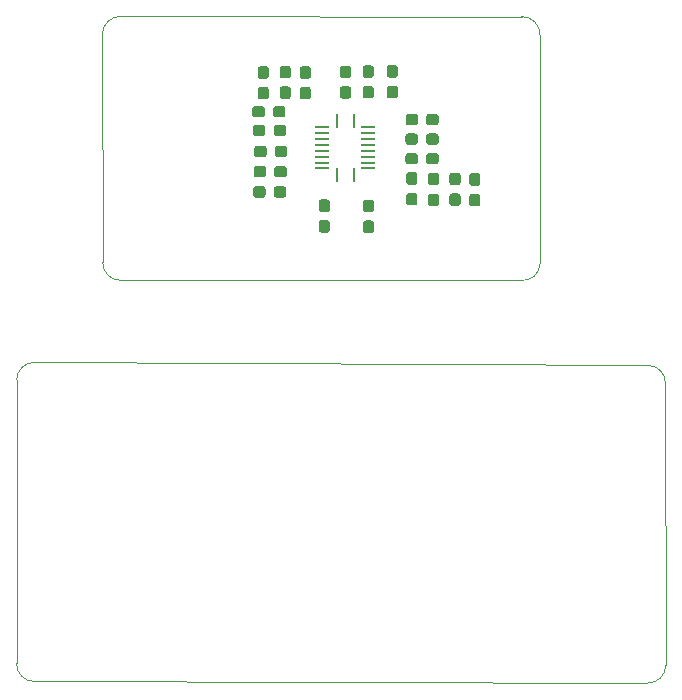
<source format=gbr>
%TF.GenerationSoftware,KiCad,Pcbnew,5.1.5+dfsg1-2build2*%
%TF.CreationDate,2021-04-08T10:41:37-07:00*%
%TF.ProjectId,spl_prototype,73706c5f-7072-46f7-946f-747970652e6b,rev?*%
%TF.SameCoordinates,Original*%
%TF.FileFunction,Paste,Bot*%
%TF.FilePolarity,Positive*%
%FSLAX46Y46*%
G04 Gerber Fmt 4.6, Leading zero omitted, Abs format (unit mm)*
G04 Created by KiCad (PCBNEW 5.1.5+dfsg1-2build2) date 2021-04-08 10:41:37*
%MOMM*%
%LPD*%
G04 APERTURE LIST*
%TA.AperFunction,Profile*%
%ADD10C,0.050000*%
%TD*%
%ADD11C,0.100000*%
%ADD12R,0.240000X1.200000*%
%ADD13R,1.200000X0.240000*%
G04 APERTURE END LIST*
D10*
X97000000Y-44759201D02*
X96960034Y-25501071D01*
X132420000Y-46300000D02*
X98500649Y-46300000D01*
X134030000Y-25590649D02*
X134027699Y-44839584D01*
X98560000Y-23940799D02*
X132469351Y-23960000D01*
X132468914Y-23957945D02*
G75*
G02X134030000Y-25590649I11087J-1552056D01*
G01*
X134027699Y-44839584D02*
G75*
G02X132420000Y-46300000I-1457700J-10417D01*
G01*
X98500649Y-46300000D02*
G75*
G02X97000000Y-44759201I-10650J1490800D01*
G01*
X96960034Y-25501071D02*
G75*
G02X98560000Y-23940799I1549967J11072D01*
G01*
X89700000Y-78720000D02*
X89709201Y-54740649D01*
X143120000Y-80390000D02*
X91200649Y-80260799D01*
X144640000Y-55030000D02*
X144660799Y-78889351D01*
X91250000Y-53240000D02*
X143140000Y-53490000D01*
X144660799Y-78889351D02*
G75*
G02X143120000Y-80390000I-1490800J-10650D01*
G01*
X91200649Y-80260799D02*
G75*
G02X89700000Y-78720000I-10650J1490800D01*
G01*
X143139351Y-53489201D02*
G75*
G02X144640000Y-55030000I10650J-1490800D01*
G01*
X89709201Y-54740649D02*
G75*
G02X91250000Y-53240000I1490800J10650D01*
G01*
D11*
%TO.C,R20*%
G36*
X110561819Y-33123624D02*
G01*
X110584874Y-33127043D01*
X110607483Y-33132707D01*
X110629427Y-33140559D01*
X110650497Y-33150524D01*
X110670488Y-33162506D01*
X110689208Y-33176390D01*
X110706478Y-33192042D01*
X110722130Y-33209312D01*
X110736014Y-33228032D01*
X110747996Y-33248023D01*
X110757961Y-33269093D01*
X110765813Y-33291037D01*
X110771477Y-33313646D01*
X110774896Y-33336701D01*
X110776040Y-33359980D01*
X110776040Y-33834980D01*
X110774896Y-33858259D01*
X110771477Y-33881314D01*
X110765813Y-33903923D01*
X110757961Y-33925867D01*
X110747996Y-33946937D01*
X110736014Y-33966928D01*
X110722130Y-33985648D01*
X110706478Y-34002918D01*
X110689208Y-34018570D01*
X110670488Y-34032454D01*
X110650497Y-34044436D01*
X110629427Y-34054401D01*
X110607483Y-34062253D01*
X110584874Y-34067917D01*
X110561819Y-34071336D01*
X110538540Y-34072480D01*
X109963540Y-34072480D01*
X109940261Y-34071336D01*
X109917206Y-34067917D01*
X109894597Y-34062253D01*
X109872653Y-34054401D01*
X109851583Y-34044436D01*
X109831592Y-34032454D01*
X109812872Y-34018570D01*
X109795602Y-34002918D01*
X109779950Y-33985648D01*
X109766066Y-33966928D01*
X109754084Y-33946937D01*
X109744119Y-33925867D01*
X109736267Y-33903923D01*
X109730603Y-33881314D01*
X109727184Y-33858259D01*
X109726040Y-33834980D01*
X109726040Y-33359980D01*
X109727184Y-33336701D01*
X109730603Y-33313646D01*
X109736267Y-33291037D01*
X109744119Y-33269093D01*
X109754084Y-33248023D01*
X109766066Y-33228032D01*
X109779950Y-33209312D01*
X109795602Y-33192042D01*
X109812872Y-33176390D01*
X109831592Y-33162506D01*
X109851583Y-33150524D01*
X109872653Y-33140559D01*
X109894597Y-33132707D01*
X109917206Y-33127043D01*
X109940261Y-33123624D01*
X109963540Y-33122480D01*
X110538540Y-33122480D01*
X110561819Y-33123624D01*
G37*
G36*
X112311819Y-33123624D02*
G01*
X112334874Y-33127043D01*
X112357483Y-33132707D01*
X112379427Y-33140559D01*
X112400497Y-33150524D01*
X112420488Y-33162506D01*
X112439208Y-33176390D01*
X112456478Y-33192042D01*
X112472130Y-33209312D01*
X112486014Y-33228032D01*
X112497996Y-33248023D01*
X112507961Y-33269093D01*
X112515813Y-33291037D01*
X112521477Y-33313646D01*
X112524896Y-33336701D01*
X112526040Y-33359980D01*
X112526040Y-33834980D01*
X112524896Y-33858259D01*
X112521477Y-33881314D01*
X112515813Y-33903923D01*
X112507961Y-33925867D01*
X112497996Y-33946937D01*
X112486014Y-33966928D01*
X112472130Y-33985648D01*
X112456478Y-34002918D01*
X112439208Y-34018570D01*
X112420488Y-34032454D01*
X112400497Y-34044436D01*
X112379427Y-34054401D01*
X112357483Y-34062253D01*
X112334874Y-34067917D01*
X112311819Y-34071336D01*
X112288540Y-34072480D01*
X111713540Y-34072480D01*
X111690261Y-34071336D01*
X111667206Y-34067917D01*
X111644597Y-34062253D01*
X111622653Y-34054401D01*
X111601583Y-34044436D01*
X111581592Y-34032454D01*
X111562872Y-34018570D01*
X111545602Y-34002918D01*
X111529950Y-33985648D01*
X111516066Y-33966928D01*
X111504084Y-33946937D01*
X111494119Y-33925867D01*
X111486267Y-33903923D01*
X111480603Y-33881314D01*
X111477184Y-33858259D01*
X111476040Y-33834980D01*
X111476040Y-33359980D01*
X111477184Y-33336701D01*
X111480603Y-33313646D01*
X111486267Y-33291037D01*
X111494119Y-33269093D01*
X111504084Y-33248023D01*
X111516066Y-33228032D01*
X111529950Y-33209312D01*
X111545602Y-33192042D01*
X111562872Y-33176390D01*
X111581592Y-33162506D01*
X111601583Y-33150524D01*
X111622653Y-33140559D01*
X111644597Y-33132707D01*
X111667206Y-33127043D01*
X111690261Y-33123624D01*
X111713540Y-33122480D01*
X112288540Y-33122480D01*
X112311819Y-33123624D01*
G37*
%TD*%
%TO.C,R19*%
G36*
X128759459Y-37233384D02*
G01*
X128782514Y-37236803D01*
X128805123Y-37242467D01*
X128827067Y-37250319D01*
X128848137Y-37260284D01*
X128868128Y-37272266D01*
X128886848Y-37286150D01*
X128904118Y-37301802D01*
X128919770Y-37319072D01*
X128933654Y-37337792D01*
X128945636Y-37357783D01*
X128955601Y-37378853D01*
X128963453Y-37400797D01*
X128969117Y-37423406D01*
X128972536Y-37446461D01*
X128973680Y-37469740D01*
X128973680Y-38044740D01*
X128972536Y-38068019D01*
X128969117Y-38091074D01*
X128963453Y-38113683D01*
X128955601Y-38135627D01*
X128945636Y-38156697D01*
X128933654Y-38176688D01*
X128919770Y-38195408D01*
X128904118Y-38212678D01*
X128886848Y-38228330D01*
X128868128Y-38242214D01*
X128848137Y-38254196D01*
X128827067Y-38264161D01*
X128805123Y-38272013D01*
X128782514Y-38277677D01*
X128759459Y-38281096D01*
X128736180Y-38282240D01*
X128261180Y-38282240D01*
X128237901Y-38281096D01*
X128214846Y-38277677D01*
X128192237Y-38272013D01*
X128170293Y-38264161D01*
X128149223Y-38254196D01*
X128129232Y-38242214D01*
X128110512Y-38228330D01*
X128093242Y-38212678D01*
X128077590Y-38195408D01*
X128063706Y-38176688D01*
X128051724Y-38156697D01*
X128041759Y-38135627D01*
X128033907Y-38113683D01*
X128028243Y-38091074D01*
X128024824Y-38068019D01*
X128023680Y-38044740D01*
X128023680Y-37469740D01*
X128024824Y-37446461D01*
X128028243Y-37423406D01*
X128033907Y-37400797D01*
X128041759Y-37378853D01*
X128051724Y-37357783D01*
X128063706Y-37337792D01*
X128077590Y-37319072D01*
X128093242Y-37301802D01*
X128110512Y-37286150D01*
X128129232Y-37272266D01*
X128149223Y-37260284D01*
X128170293Y-37250319D01*
X128192237Y-37242467D01*
X128214846Y-37236803D01*
X128237901Y-37233384D01*
X128261180Y-37232240D01*
X128736180Y-37232240D01*
X128759459Y-37233384D01*
G37*
G36*
X128759459Y-38983384D02*
G01*
X128782514Y-38986803D01*
X128805123Y-38992467D01*
X128827067Y-39000319D01*
X128848137Y-39010284D01*
X128868128Y-39022266D01*
X128886848Y-39036150D01*
X128904118Y-39051802D01*
X128919770Y-39069072D01*
X128933654Y-39087792D01*
X128945636Y-39107783D01*
X128955601Y-39128853D01*
X128963453Y-39150797D01*
X128969117Y-39173406D01*
X128972536Y-39196461D01*
X128973680Y-39219740D01*
X128973680Y-39794740D01*
X128972536Y-39818019D01*
X128969117Y-39841074D01*
X128963453Y-39863683D01*
X128955601Y-39885627D01*
X128945636Y-39906697D01*
X128933654Y-39926688D01*
X128919770Y-39945408D01*
X128904118Y-39962678D01*
X128886848Y-39978330D01*
X128868128Y-39992214D01*
X128848137Y-40004196D01*
X128827067Y-40014161D01*
X128805123Y-40022013D01*
X128782514Y-40027677D01*
X128759459Y-40031096D01*
X128736180Y-40032240D01*
X128261180Y-40032240D01*
X128237901Y-40031096D01*
X128214846Y-40027677D01*
X128192237Y-40022013D01*
X128170293Y-40014161D01*
X128149223Y-40004196D01*
X128129232Y-39992214D01*
X128110512Y-39978330D01*
X128093242Y-39962678D01*
X128077590Y-39945408D01*
X128063706Y-39926688D01*
X128051724Y-39906697D01*
X128041759Y-39885627D01*
X128033907Y-39863683D01*
X128028243Y-39841074D01*
X128024824Y-39818019D01*
X128023680Y-39794740D01*
X128023680Y-39219740D01*
X128024824Y-39196461D01*
X128028243Y-39173406D01*
X128033907Y-39150797D01*
X128041759Y-39128853D01*
X128051724Y-39107783D01*
X128063706Y-39087792D01*
X128077590Y-39069072D01*
X128093242Y-39051802D01*
X128110512Y-39036150D01*
X128129232Y-39022266D01*
X128149223Y-39010284D01*
X128170293Y-39000319D01*
X128192237Y-38992467D01*
X128214846Y-38986803D01*
X128237901Y-38983384D01*
X128261180Y-38982240D01*
X128736180Y-38982240D01*
X128759459Y-38983384D01*
G37*
%TD*%
%TO.C,R18*%
G36*
X114409419Y-28180344D02*
G01*
X114432474Y-28183763D01*
X114455083Y-28189427D01*
X114477027Y-28197279D01*
X114498097Y-28207244D01*
X114518088Y-28219226D01*
X114536808Y-28233110D01*
X114554078Y-28248762D01*
X114569730Y-28266032D01*
X114583614Y-28284752D01*
X114595596Y-28304743D01*
X114605561Y-28325813D01*
X114613413Y-28347757D01*
X114619077Y-28370366D01*
X114622496Y-28393421D01*
X114623640Y-28416700D01*
X114623640Y-28991700D01*
X114622496Y-29014979D01*
X114619077Y-29038034D01*
X114613413Y-29060643D01*
X114605561Y-29082587D01*
X114595596Y-29103657D01*
X114583614Y-29123648D01*
X114569730Y-29142368D01*
X114554078Y-29159638D01*
X114536808Y-29175290D01*
X114518088Y-29189174D01*
X114498097Y-29201156D01*
X114477027Y-29211121D01*
X114455083Y-29218973D01*
X114432474Y-29224637D01*
X114409419Y-29228056D01*
X114386140Y-29229200D01*
X113911140Y-29229200D01*
X113887861Y-29228056D01*
X113864806Y-29224637D01*
X113842197Y-29218973D01*
X113820253Y-29211121D01*
X113799183Y-29201156D01*
X113779192Y-29189174D01*
X113760472Y-29175290D01*
X113743202Y-29159638D01*
X113727550Y-29142368D01*
X113713666Y-29123648D01*
X113701684Y-29103657D01*
X113691719Y-29082587D01*
X113683867Y-29060643D01*
X113678203Y-29038034D01*
X113674784Y-29014979D01*
X113673640Y-28991700D01*
X113673640Y-28416700D01*
X113674784Y-28393421D01*
X113678203Y-28370366D01*
X113683867Y-28347757D01*
X113691719Y-28325813D01*
X113701684Y-28304743D01*
X113713666Y-28284752D01*
X113727550Y-28266032D01*
X113743202Y-28248762D01*
X113760472Y-28233110D01*
X113779192Y-28219226D01*
X113799183Y-28207244D01*
X113820253Y-28197279D01*
X113842197Y-28189427D01*
X113864806Y-28183763D01*
X113887861Y-28180344D01*
X113911140Y-28179200D01*
X114386140Y-28179200D01*
X114409419Y-28180344D01*
G37*
G36*
X114409419Y-29930344D02*
G01*
X114432474Y-29933763D01*
X114455083Y-29939427D01*
X114477027Y-29947279D01*
X114498097Y-29957244D01*
X114518088Y-29969226D01*
X114536808Y-29983110D01*
X114554078Y-29998762D01*
X114569730Y-30016032D01*
X114583614Y-30034752D01*
X114595596Y-30054743D01*
X114605561Y-30075813D01*
X114613413Y-30097757D01*
X114619077Y-30120366D01*
X114622496Y-30143421D01*
X114623640Y-30166700D01*
X114623640Y-30741700D01*
X114622496Y-30764979D01*
X114619077Y-30788034D01*
X114613413Y-30810643D01*
X114605561Y-30832587D01*
X114595596Y-30853657D01*
X114583614Y-30873648D01*
X114569730Y-30892368D01*
X114554078Y-30909638D01*
X114536808Y-30925290D01*
X114518088Y-30939174D01*
X114498097Y-30951156D01*
X114477027Y-30961121D01*
X114455083Y-30968973D01*
X114432474Y-30974637D01*
X114409419Y-30978056D01*
X114386140Y-30979200D01*
X113911140Y-30979200D01*
X113887861Y-30978056D01*
X113864806Y-30974637D01*
X113842197Y-30968973D01*
X113820253Y-30961121D01*
X113799183Y-30951156D01*
X113779192Y-30939174D01*
X113760472Y-30925290D01*
X113743202Y-30909638D01*
X113727550Y-30892368D01*
X113713666Y-30873648D01*
X113701684Y-30853657D01*
X113691719Y-30832587D01*
X113683867Y-30810643D01*
X113678203Y-30788034D01*
X113674784Y-30764979D01*
X113673640Y-30741700D01*
X113673640Y-30166700D01*
X113674784Y-30143421D01*
X113678203Y-30120366D01*
X113683867Y-30097757D01*
X113691719Y-30075813D01*
X113701684Y-30054743D01*
X113713666Y-30034752D01*
X113727550Y-30016032D01*
X113743202Y-29998762D01*
X113760472Y-29983110D01*
X113779192Y-29969226D01*
X113799183Y-29957244D01*
X113820253Y-29947279D01*
X113842197Y-29939427D01*
X113864806Y-29933763D01*
X113887861Y-29930344D01*
X113911140Y-29929200D01*
X114386140Y-29929200D01*
X114409419Y-29930344D01*
G37*
%TD*%
%TO.C,R17*%
G36*
X112702539Y-28134624D02*
G01*
X112725594Y-28138043D01*
X112748203Y-28143707D01*
X112770147Y-28151559D01*
X112791217Y-28161524D01*
X112811208Y-28173506D01*
X112829928Y-28187390D01*
X112847198Y-28203042D01*
X112862850Y-28220312D01*
X112876734Y-28239032D01*
X112888716Y-28259023D01*
X112898681Y-28280093D01*
X112906533Y-28302037D01*
X112912197Y-28324646D01*
X112915616Y-28347701D01*
X112916760Y-28370980D01*
X112916760Y-28945980D01*
X112915616Y-28969259D01*
X112912197Y-28992314D01*
X112906533Y-29014923D01*
X112898681Y-29036867D01*
X112888716Y-29057937D01*
X112876734Y-29077928D01*
X112862850Y-29096648D01*
X112847198Y-29113918D01*
X112829928Y-29129570D01*
X112811208Y-29143454D01*
X112791217Y-29155436D01*
X112770147Y-29165401D01*
X112748203Y-29173253D01*
X112725594Y-29178917D01*
X112702539Y-29182336D01*
X112679260Y-29183480D01*
X112204260Y-29183480D01*
X112180981Y-29182336D01*
X112157926Y-29178917D01*
X112135317Y-29173253D01*
X112113373Y-29165401D01*
X112092303Y-29155436D01*
X112072312Y-29143454D01*
X112053592Y-29129570D01*
X112036322Y-29113918D01*
X112020670Y-29096648D01*
X112006786Y-29077928D01*
X111994804Y-29057937D01*
X111984839Y-29036867D01*
X111976987Y-29014923D01*
X111971323Y-28992314D01*
X111967904Y-28969259D01*
X111966760Y-28945980D01*
X111966760Y-28370980D01*
X111967904Y-28347701D01*
X111971323Y-28324646D01*
X111976987Y-28302037D01*
X111984839Y-28280093D01*
X111994804Y-28259023D01*
X112006786Y-28239032D01*
X112020670Y-28220312D01*
X112036322Y-28203042D01*
X112053592Y-28187390D01*
X112072312Y-28173506D01*
X112092303Y-28161524D01*
X112113373Y-28151559D01*
X112135317Y-28143707D01*
X112157926Y-28138043D01*
X112180981Y-28134624D01*
X112204260Y-28133480D01*
X112679260Y-28133480D01*
X112702539Y-28134624D01*
G37*
G36*
X112702539Y-29884624D02*
G01*
X112725594Y-29888043D01*
X112748203Y-29893707D01*
X112770147Y-29901559D01*
X112791217Y-29911524D01*
X112811208Y-29923506D01*
X112829928Y-29937390D01*
X112847198Y-29953042D01*
X112862850Y-29970312D01*
X112876734Y-29989032D01*
X112888716Y-30009023D01*
X112898681Y-30030093D01*
X112906533Y-30052037D01*
X112912197Y-30074646D01*
X112915616Y-30097701D01*
X112916760Y-30120980D01*
X112916760Y-30695980D01*
X112915616Y-30719259D01*
X112912197Y-30742314D01*
X112906533Y-30764923D01*
X112898681Y-30786867D01*
X112888716Y-30807937D01*
X112876734Y-30827928D01*
X112862850Y-30846648D01*
X112847198Y-30863918D01*
X112829928Y-30879570D01*
X112811208Y-30893454D01*
X112791217Y-30905436D01*
X112770147Y-30915401D01*
X112748203Y-30923253D01*
X112725594Y-30928917D01*
X112702539Y-30932336D01*
X112679260Y-30933480D01*
X112204260Y-30933480D01*
X112180981Y-30932336D01*
X112157926Y-30928917D01*
X112135317Y-30923253D01*
X112113373Y-30915401D01*
X112092303Y-30905436D01*
X112072312Y-30893454D01*
X112053592Y-30879570D01*
X112036322Y-30863918D01*
X112020670Y-30846648D01*
X112006786Y-30827928D01*
X111994804Y-30807937D01*
X111984839Y-30786867D01*
X111976987Y-30764923D01*
X111971323Y-30742314D01*
X111967904Y-30719259D01*
X111966760Y-30695980D01*
X111966760Y-30120980D01*
X111967904Y-30097701D01*
X111971323Y-30074646D01*
X111976987Y-30052037D01*
X111984839Y-30030093D01*
X111994804Y-30009023D01*
X112006786Y-29989032D01*
X112020670Y-29970312D01*
X112036322Y-29953042D01*
X112053592Y-29937390D01*
X112072312Y-29923506D01*
X112092303Y-29911524D01*
X112113373Y-29901559D01*
X112135317Y-29893707D01*
X112157926Y-29888043D01*
X112180981Y-29884624D01*
X112204260Y-29883480D01*
X112679260Y-29883480D01*
X112702539Y-29884624D01*
G37*
%TD*%
%TO.C,R16*%
G36*
X110843259Y-29930344D02*
G01*
X110866314Y-29933763D01*
X110888923Y-29939427D01*
X110910867Y-29947279D01*
X110931937Y-29957244D01*
X110951928Y-29969226D01*
X110970648Y-29983110D01*
X110987918Y-29998762D01*
X111003570Y-30016032D01*
X111017454Y-30034752D01*
X111029436Y-30054743D01*
X111039401Y-30075813D01*
X111047253Y-30097757D01*
X111052917Y-30120366D01*
X111056336Y-30143421D01*
X111057480Y-30166700D01*
X111057480Y-30741700D01*
X111056336Y-30764979D01*
X111052917Y-30788034D01*
X111047253Y-30810643D01*
X111039401Y-30832587D01*
X111029436Y-30853657D01*
X111017454Y-30873648D01*
X111003570Y-30892368D01*
X110987918Y-30909638D01*
X110970648Y-30925290D01*
X110951928Y-30939174D01*
X110931937Y-30951156D01*
X110910867Y-30961121D01*
X110888923Y-30968973D01*
X110866314Y-30974637D01*
X110843259Y-30978056D01*
X110819980Y-30979200D01*
X110344980Y-30979200D01*
X110321701Y-30978056D01*
X110298646Y-30974637D01*
X110276037Y-30968973D01*
X110254093Y-30961121D01*
X110233023Y-30951156D01*
X110213032Y-30939174D01*
X110194312Y-30925290D01*
X110177042Y-30909638D01*
X110161390Y-30892368D01*
X110147506Y-30873648D01*
X110135524Y-30853657D01*
X110125559Y-30832587D01*
X110117707Y-30810643D01*
X110112043Y-30788034D01*
X110108624Y-30764979D01*
X110107480Y-30741700D01*
X110107480Y-30166700D01*
X110108624Y-30143421D01*
X110112043Y-30120366D01*
X110117707Y-30097757D01*
X110125559Y-30075813D01*
X110135524Y-30054743D01*
X110147506Y-30034752D01*
X110161390Y-30016032D01*
X110177042Y-29998762D01*
X110194312Y-29983110D01*
X110213032Y-29969226D01*
X110233023Y-29957244D01*
X110254093Y-29947279D01*
X110276037Y-29939427D01*
X110298646Y-29933763D01*
X110321701Y-29930344D01*
X110344980Y-29929200D01*
X110819980Y-29929200D01*
X110843259Y-29930344D01*
G37*
G36*
X110843259Y-28180344D02*
G01*
X110866314Y-28183763D01*
X110888923Y-28189427D01*
X110910867Y-28197279D01*
X110931937Y-28207244D01*
X110951928Y-28219226D01*
X110970648Y-28233110D01*
X110987918Y-28248762D01*
X111003570Y-28266032D01*
X111017454Y-28284752D01*
X111029436Y-28304743D01*
X111039401Y-28325813D01*
X111047253Y-28347757D01*
X111052917Y-28370366D01*
X111056336Y-28393421D01*
X111057480Y-28416700D01*
X111057480Y-28991700D01*
X111056336Y-29014979D01*
X111052917Y-29038034D01*
X111047253Y-29060643D01*
X111039401Y-29082587D01*
X111029436Y-29103657D01*
X111017454Y-29123648D01*
X111003570Y-29142368D01*
X110987918Y-29159638D01*
X110970648Y-29175290D01*
X110951928Y-29189174D01*
X110931937Y-29201156D01*
X110910867Y-29211121D01*
X110888923Y-29218973D01*
X110866314Y-29224637D01*
X110843259Y-29228056D01*
X110819980Y-29229200D01*
X110344980Y-29229200D01*
X110321701Y-29228056D01*
X110298646Y-29224637D01*
X110276037Y-29218973D01*
X110254093Y-29211121D01*
X110233023Y-29201156D01*
X110213032Y-29189174D01*
X110194312Y-29175290D01*
X110177042Y-29159638D01*
X110161390Y-29142368D01*
X110147506Y-29123648D01*
X110135524Y-29103657D01*
X110125559Y-29082587D01*
X110117707Y-29060643D01*
X110112043Y-29038034D01*
X110108624Y-29014979D01*
X110107480Y-28991700D01*
X110107480Y-28416700D01*
X110108624Y-28393421D01*
X110112043Y-28370366D01*
X110117707Y-28347757D01*
X110125559Y-28325813D01*
X110135524Y-28304743D01*
X110147506Y-28284752D01*
X110161390Y-28266032D01*
X110177042Y-28248762D01*
X110194312Y-28233110D01*
X110213032Y-28219226D01*
X110233023Y-28207244D01*
X110254093Y-28197279D01*
X110276037Y-28189427D01*
X110298646Y-28183763D01*
X110321701Y-28180344D01*
X110344980Y-28179200D01*
X110819980Y-28179200D01*
X110843259Y-28180344D01*
G37*
%TD*%
%TO.C,R14*%
G36*
X117807939Y-28109224D02*
G01*
X117830994Y-28112643D01*
X117853603Y-28118307D01*
X117875547Y-28126159D01*
X117896617Y-28136124D01*
X117916608Y-28148106D01*
X117935328Y-28161990D01*
X117952598Y-28177642D01*
X117968250Y-28194912D01*
X117982134Y-28213632D01*
X117994116Y-28233623D01*
X118004081Y-28254693D01*
X118011933Y-28276637D01*
X118017597Y-28299246D01*
X118021016Y-28322301D01*
X118022160Y-28345580D01*
X118022160Y-28920580D01*
X118021016Y-28943859D01*
X118017597Y-28966914D01*
X118011933Y-28989523D01*
X118004081Y-29011467D01*
X117994116Y-29032537D01*
X117982134Y-29052528D01*
X117968250Y-29071248D01*
X117952598Y-29088518D01*
X117935328Y-29104170D01*
X117916608Y-29118054D01*
X117896617Y-29130036D01*
X117875547Y-29140001D01*
X117853603Y-29147853D01*
X117830994Y-29153517D01*
X117807939Y-29156936D01*
X117784660Y-29158080D01*
X117309660Y-29158080D01*
X117286381Y-29156936D01*
X117263326Y-29153517D01*
X117240717Y-29147853D01*
X117218773Y-29140001D01*
X117197703Y-29130036D01*
X117177712Y-29118054D01*
X117158992Y-29104170D01*
X117141722Y-29088518D01*
X117126070Y-29071248D01*
X117112186Y-29052528D01*
X117100204Y-29032537D01*
X117090239Y-29011467D01*
X117082387Y-28989523D01*
X117076723Y-28966914D01*
X117073304Y-28943859D01*
X117072160Y-28920580D01*
X117072160Y-28345580D01*
X117073304Y-28322301D01*
X117076723Y-28299246D01*
X117082387Y-28276637D01*
X117090239Y-28254693D01*
X117100204Y-28233623D01*
X117112186Y-28213632D01*
X117126070Y-28194912D01*
X117141722Y-28177642D01*
X117158992Y-28161990D01*
X117177712Y-28148106D01*
X117197703Y-28136124D01*
X117218773Y-28126159D01*
X117240717Y-28118307D01*
X117263326Y-28112643D01*
X117286381Y-28109224D01*
X117309660Y-28108080D01*
X117784660Y-28108080D01*
X117807939Y-28109224D01*
G37*
G36*
X117807939Y-29859224D02*
G01*
X117830994Y-29862643D01*
X117853603Y-29868307D01*
X117875547Y-29876159D01*
X117896617Y-29886124D01*
X117916608Y-29898106D01*
X117935328Y-29911990D01*
X117952598Y-29927642D01*
X117968250Y-29944912D01*
X117982134Y-29963632D01*
X117994116Y-29983623D01*
X118004081Y-30004693D01*
X118011933Y-30026637D01*
X118017597Y-30049246D01*
X118021016Y-30072301D01*
X118022160Y-30095580D01*
X118022160Y-30670580D01*
X118021016Y-30693859D01*
X118017597Y-30716914D01*
X118011933Y-30739523D01*
X118004081Y-30761467D01*
X117994116Y-30782537D01*
X117982134Y-30802528D01*
X117968250Y-30821248D01*
X117952598Y-30838518D01*
X117935328Y-30854170D01*
X117916608Y-30868054D01*
X117896617Y-30880036D01*
X117875547Y-30890001D01*
X117853603Y-30897853D01*
X117830994Y-30903517D01*
X117807939Y-30906936D01*
X117784660Y-30908080D01*
X117309660Y-30908080D01*
X117286381Y-30906936D01*
X117263326Y-30903517D01*
X117240717Y-30897853D01*
X117218773Y-30890001D01*
X117197703Y-30880036D01*
X117177712Y-30868054D01*
X117158992Y-30854170D01*
X117141722Y-30838518D01*
X117126070Y-30821248D01*
X117112186Y-30802528D01*
X117100204Y-30782537D01*
X117090239Y-30761467D01*
X117082387Y-30739523D01*
X117076723Y-30716914D01*
X117073304Y-30693859D01*
X117072160Y-30670580D01*
X117072160Y-30095580D01*
X117073304Y-30072301D01*
X117076723Y-30049246D01*
X117082387Y-30026637D01*
X117090239Y-30004693D01*
X117100204Y-29983623D01*
X117112186Y-29963632D01*
X117126070Y-29944912D01*
X117141722Y-29927642D01*
X117158992Y-29911990D01*
X117177712Y-29898106D01*
X117197703Y-29886124D01*
X117218773Y-29876159D01*
X117240717Y-29868307D01*
X117263326Y-29862643D01*
X117286381Y-29859224D01*
X117309660Y-29858080D01*
X117784660Y-29858080D01*
X117807939Y-29859224D01*
G37*
%TD*%
%TO.C,R13*%
G36*
X119728179Y-29849064D02*
G01*
X119751234Y-29852483D01*
X119773843Y-29858147D01*
X119795787Y-29865999D01*
X119816857Y-29875964D01*
X119836848Y-29887946D01*
X119855568Y-29901830D01*
X119872838Y-29917482D01*
X119888490Y-29934752D01*
X119902374Y-29953472D01*
X119914356Y-29973463D01*
X119924321Y-29994533D01*
X119932173Y-30016477D01*
X119937837Y-30039086D01*
X119941256Y-30062141D01*
X119942400Y-30085420D01*
X119942400Y-30660420D01*
X119941256Y-30683699D01*
X119937837Y-30706754D01*
X119932173Y-30729363D01*
X119924321Y-30751307D01*
X119914356Y-30772377D01*
X119902374Y-30792368D01*
X119888490Y-30811088D01*
X119872838Y-30828358D01*
X119855568Y-30844010D01*
X119836848Y-30857894D01*
X119816857Y-30869876D01*
X119795787Y-30879841D01*
X119773843Y-30887693D01*
X119751234Y-30893357D01*
X119728179Y-30896776D01*
X119704900Y-30897920D01*
X119229900Y-30897920D01*
X119206621Y-30896776D01*
X119183566Y-30893357D01*
X119160957Y-30887693D01*
X119139013Y-30879841D01*
X119117943Y-30869876D01*
X119097952Y-30857894D01*
X119079232Y-30844010D01*
X119061962Y-30828358D01*
X119046310Y-30811088D01*
X119032426Y-30792368D01*
X119020444Y-30772377D01*
X119010479Y-30751307D01*
X119002627Y-30729363D01*
X118996963Y-30706754D01*
X118993544Y-30683699D01*
X118992400Y-30660420D01*
X118992400Y-30085420D01*
X118993544Y-30062141D01*
X118996963Y-30039086D01*
X119002627Y-30016477D01*
X119010479Y-29994533D01*
X119020444Y-29973463D01*
X119032426Y-29953472D01*
X119046310Y-29934752D01*
X119061962Y-29917482D01*
X119079232Y-29901830D01*
X119097952Y-29887946D01*
X119117943Y-29875964D01*
X119139013Y-29865999D01*
X119160957Y-29858147D01*
X119183566Y-29852483D01*
X119206621Y-29849064D01*
X119229900Y-29847920D01*
X119704900Y-29847920D01*
X119728179Y-29849064D01*
G37*
G36*
X119728179Y-28099064D02*
G01*
X119751234Y-28102483D01*
X119773843Y-28108147D01*
X119795787Y-28115999D01*
X119816857Y-28125964D01*
X119836848Y-28137946D01*
X119855568Y-28151830D01*
X119872838Y-28167482D01*
X119888490Y-28184752D01*
X119902374Y-28203472D01*
X119914356Y-28223463D01*
X119924321Y-28244533D01*
X119932173Y-28266477D01*
X119937837Y-28289086D01*
X119941256Y-28312141D01*
X119942400Y-28335420D01*
X119942400Y-28910420D01*
X119941256Y-28933699D01*
X119937837Y-28956754D01*
X119932173Y-28979363D01*
X119924321Y-29001307D01*
X119914356Y-29022377D01*
X119902374Y-29042368D01*
X119888490Y-29061088D01*
X119872838Y-29078358D01*
X119855568Y-29094010D01*
X119836848Y-29107894D01*
X119816857Y-29119876D01*
X119795787Y-29129841D01*
X119773843Y-29137693D01*
X119751234Y-29143357D01*
X119728179Y-29146776D01*
X119704900Y-29147920D01*
X119229900Y-29147920D01*
X119206621Y-29146776D01*
X119183566Y-29143357D01*
X119160957Y-29137693D01*
X119139013Y-29129841D01*
X119117943Y-29119876D01*
X119097952Y-29107894D01*
X119079232Y-29094010D01*
X119061962Y-29078358D01*
X119046310Y-29061088D01*
X119032426Y-29042368D01*
X119020444Y-29022377D01*
X119010479Y-29001307D01*
X119002627Y-28979363D01*
X118996963Y-28956754D01*
X118993544Y-28933699D01*
X118992400Y-28910420D01*
X118992400Y-28335420D01*
X118993544Y-28312141D01*
X118996963Y-28289086D01*
X119002627Y-28266477D01*
X119010479Y-28244533D01*
X119020444Y-28223463D01*
X119032426Y-28203472D01*
X119046310Y-28184752D01*
X119061962Y-28167482D01*
X119079232Y-28151830D01*
X119097952Y-28137946D01*
X119117943Y-28125964D01*
X119139013Y-28115999D01*
X119160957Y-28108147D01*
X119183566Y-28102483D01*
X119206621Y-28099064D01*
X119229900Y-28097920D01*
X119704900Y-28097920D01*
X119728179Y-28099064D01*
G37*
%TD*%
%TO.C,D3*%
G36*
X110490699Y-31558984D02*
G01*
X110513754Y-31562403D01*
X110536363Y-31568067D01*
X110558307Y-31575919D01*
X110579377Y-31585884D01*
X110599368Y-31597866D01*
X110618088Y-31611750D01*
X110635358Y-31627402D01*
X110651010Y-31644672D01*
X110664894Y-31663392D01*
X110676876Y-31683383D01*
X110686841Y-31704453D01*
X110694693Y-31726397D01*
X110700357Y-31749006D01*
X110703776Y-31772061D01*
X110704920Y-31795340D01*
X110704920Y-32270340D01*
X110703776Y-32293619D01*
X110700357Y-32316674D01*
X110694693Y-32339283D01*
X110686841Y-32361227D01*
X110676876Y-32382297D01*
X110664894Y-32402288D01*
X110651010Y-32421008D01*
X110635358Y-32438278D01*
X110618088Y-32453930D01*
X110599368Y-32467814D01*
X110579377Y-32479796D01*
X110558307Y-32489761D01*
X110536363Y-32497613D01*
X110513754Y-32503277D01*
X110490699Y-32506696D01*
X110467420Y-32507840D01*
X109892420Y-32507840D01*
X109869141Y-32506696D01*
X109846086Y-32503277D01*
X109823477Y-32497613D01*
X109801533Y-32489761D01*
X109780463Y-32479796D01*
X109760472Y-32467814D01*
X109741752Y-32453930D01*
X109724482Y-32438278D01*
X109708830Y-32421008D01*
X109694946Y-32402288D01*
X109682964Y-32382297D01*
X109672999Y-32361227D01*
X109665147Y-32339283D01*
X109659483Y-32316674D01*
X109656064Y-32293619D01*
X109654920Y-32270340D01*
X109654920Y-31795340D01*
X109656064Y-31772061D01*
X109659483Y-31749006D01*
X109665147Y-31726397D01*
X109672999Y-31704453D01*
X109682964Y-31683383D01*
X109694946Y-31663392D01*
X109708830Y-31644672D01*
X109724482Y-31627402D01*
X109741752Y-31611750D01*
X109760472Y-31597866D01*
X109780463Y-31585884D01*
X109801533Y-31575919D01*
X109823477Y-31568067D01*
X109846086Y-31562403D01*
X109869141Y-31558984D01*
X109892420Y-31557840D01*
X110467420Y-31557840D01*
X110490699Y-31558984D01*
G37*
G36*
X112240699Y-31558984D02*
G01*
X112263754Y-31562403D01*
X112286363Y-31568067D01*
X112308307Y-31575919D01*
X112329377Y-31585884D01*
X112349368Y-31597866D01*
X112368088Y-31611750D01*
X112385358Y-31627402D01*
X112401010Y-31644672D01*
X112414894Y-31663392D01*
X112426876Y-31683383D01*
X112436841Y-31704453D01*
X112444693Y-31726397D01*
X112450357Y-31749006D01*
X112453776Y-31772061D01*
X112454920Y-31795340D01*
X112454920Y-32270340D01*
X112453776Y-32293619D01*
X112450357Y-32316674D01*
X112444693Y-32339283D01*
X112436841Y-32361227D01*
X112426876Y-32382297D01*
X112414894Y-32402288D01*
X112401010Y-32421008D01*
X112385358Y-32438278D01*
X112368088Y-32453930D01*
X112349368Y-32467814D01*
X112329377Y-32479796D01*
X112308307Y-32489761D01*
X112286363Y-32497613D01*
X112263754Y-32503277D01*
X112240699Y-32506696D01*
X112217420Y-32507840D01*
X111642420Y-32507840D01*
X111619141Y-32506696D01*
X111596086Y-32503277D01*
X111573477Y-32497613D01*
X111551533Y-32489761D01*
X111530463Y-32479796D01*
X111510472Y-32467814D01*
X111491752Y-32453930D01*
X111474482Y-32438278D01*
X111458830Y-32421008D01*
X111444946Y-32402288D01*
X111432964Y-32382297D01*
X111422999Y-32361227D01*
X111415147Y-32339283D01*
X111409483Y-32316674D01*
X111406064Y-32293619D01*
X111404920Y-32270340D01*
X111404920Y-31795340D01*
X111406064Y-31772061D01*
X111409483Y-31749006D01*
X111415147Y-31726397D01*
X111422999Y-31704453D01*
X111432964Y-31683383D01*
X111444946Y-31663392D01*
X111458830Y-31644672D01*
X111474482Y-31627402D01*
X111491752Y-31611750D01*
X111510472Y-31597866D01*
X111530463Y-31585884D01*
X111551533Y-31575919D01*
X111573477Y-31568067D01*
X111596086Y-31562403D01*
X111619141Y-31558984D01*
X111642420Y-31557840D01*
X112217420Y-31557840D01*
X112240699Y-31558984D01*
G37*
%TD*%
%TO.C,C32*%
G36*
X127083059Y-38942744D02*
G01*
X127106114Y-38946163D01*
X127128723Y-38951827D01*
X127150667Y-38959679D01*
X127171737Y-38969644D01*
X127191728Y-38981626D01*
X127210448Y-38995510D01*
X127227718Y-39011162D01*
X127243370Y-39028432D01*
X127257254Y-39047152D01*
X127269236Y-39067143D01*
X127279201Y-39088213D01*
X127287053Y-39110157D01*
X127292717Y-39132766D01*
X127296136Y-39155821D01*
X127297280Y-39179100D01*
X127297280Y-39754100D01*
X127296136Y-39777379D01*
X127292717Y-39800434D01*
X127287053Y-39823043D01*
X127279201Y-39844987D01*
X127269236Y-39866057D01*
X127257254Y-39886048D01*
X127243370Y-39904768D01*
X127227718Y-39922038D01*
X127210448Y-39937690D01*
X127191728Y-39951574D01*
X127171737Y-39963556D01*
X127150667Y-39973521D01*
X127128723Y-39981373D01*
X127106114Y-39987037D01*
X127083059Y-39990456D01*
X127059780Y-39991600D01*
X126584780Y-39991600D01*
X126561501Y-39990456D01*
X126538446Y-39987037D01*
X126515837Y-39981373D01*
X126493893Y-39973521D01*
X126472823Y-39963556D01*
X126452832Y-39951574D01*
X126434112Y-39937690D01*
X126416842Y-39922038D01*
X126401190Y-39904768D01*
X126387306Y-39886048D01*
X126375324Y-39866057D01*
X126365359Y-39844987D01*
X126357507Y-39823043D01*
X126351843Y-39800434D01*
X126348424Y-39777379D01*
X126347280Y-39754100D01*
X126347280Y-39179100D01*
X126348424Y-39155821D01*
X126351843Y-39132766D01*
X126357507Y-39110157D01*
X126365359Y-39088213D01*
X126375324Y-39067143D01*
X126387306Y-39047152D01*
X126401190Y-39028432D01*
X126416842Y-39011162D01*
X126434112Y-38995510D01*
X126452832Y-38981626D01*
X126472823Y-38969644D01*
X126493893Y-38959679D01*
X126515837Y-38951827D01*
X126538446Y-38946163D01*
X126561501Y-38942744D01*
X126584780Y-38941600D01*
X127059780Y-38941600D01*
X127083059Y-38942744D01*
G37*
G36*
X127083059Y-37192744D02*
G01*
X127106114Y-37196163D01*
X127128723Y-37201827D01*
X127150667Y-37209679D01*
X127171737Y-37219644D01*
X127191728Y-37231626D01*
X127210448Y-37245510D01*
X127227718Y-37261162D01*
X127243370Y-37278432D01*
X127257254Y-37297152D01*
X127269236Y-37317143D01*
X127279201Y-37338213D01*
X127287053Y-37360157D01*
X127292717Y-37382766D01*
X127296136Y-37405821D01*
X127297280Y-37429100D01*
X127297280Y-38004100D01*
X127296136Y-38027379D01*
X127292717Y-38050434D01*
X127287053Y-38073043D01*
X127279201Y-38094987D01*
X127269236Y-38116057D01*
X127257254Y-38136048D01*
X127243370Y-38154768D01*
X127227718Y-38172038D01*
X127210448Y-38187690D01*
X127191728Y-38201574D01*
X127171737Y-38213556D01*
X127150667Y-38223521D01*
X127128723Y-38231373D01*
X127106114Y-38237037D01*
X127083059Y-38240456D01*
X127059780Y-38241600D01*
X126584780Y-38241600D01*
X126561501Y-38240456D01*
X126538446Y-38237037D01*
X126515837Y-38231373D01*
X126493893Y-38223521D01*
X126472823Y-38213556D01*
X126452832Y-38201574D01*
X126434112Y-38187690D01*
X126416842Y-38172038D01*
X126401190Y-38154768D01*
X126387306Y-38136048D01*
X126375324Y-38116057D01*
X126365359Y-38094987D01*
X126357507Y-38073043D01*
X126351843Y-38050434D01*
X126348424Y-38027379D01*
X126347280Y-38004100D01*
X126347280Y-37429100D01*
X126348424Y-37405821D01*
X126351843Y-37382766D01*
X126357507Y-37360157D01*
X126365359Y-37338213D01*
X126375324Y-37317143D01*
X126387306Y-37297152D01*
X126401190Y-37278432D01*
X126416842Y-37261162D01*
X126434112Y-37245510D01*
X126452832Y-37231626D01*
X126472823Y-37219644D01*
X126493893Y-37209679D01*
X126515837Y-37201827D01*
X126538446Y-37196163D01*
X126561501Y-37192744D01*
X126584780Y-37191600D01*
X127059780Y-37191600D01*
X127083059Y-37192744D01*
G37*
%TD*%
%TO.C,C31*%
G36*
X125265379Y-38947344D02*
G01*
X125288434Y-38950763D01*
X125311043Y-38956427D01*
X125332987Y-38964279D01*
X125354057Y-38974244D01*
X125374048Y-38986226D01*
X125392768Y-39000110D01*
X125410038Y-39015762D01*
X125425690Y-39033032D01*
X125439574Y-39051752D01*
X125451556Y-39071743D01*
X125461521Y-39092813D01*
X125469373Y-39114757D01*
X125475037Y-39137366D01*
X125478456Y-39160421D01*
X125479600Y-39183700D01*
X125479600Y-39758700D01*
X125478456Y-39781979D01*
X125475037Y-39805034D01*
X125469373Y-39827643D01*
X125461521Y-39849587D01*
X125451556Y-39870657D01*
X125439574Y-39890648D01*
X125425690Y-39909368D01*
X125410038Y-39926638D01*
X125392768Y-39942290D01*
X125374048Y-39956174D01*
X125354057Y-39968156D01*
X125332987Y-39978121D01*
X125311043Y-39985973D01*
X125288434Y-39991637D01*
X125265379Y-39995056D01*
X125242100Y-39996200D01*
X124767100Y-39996200D01*
X124743821Y-39995056D01*
X124720766Y-39991637D01*
X124698157Y-39985973D01*
X124676213Y-39978121D01*
X124655143Y-39968156D01*
X124635152Y-39956174D01*
X124616432Y-39942290D01*
X124599162Y-39926638D01*
X124583510Y-39909368D01*
X124569626Y-39890648D01*
X124557644Y-39870657D01*
X124547679Y-39849587D01*
X124539827Y-39827643D01*
X124534163Y-39805034D01*
X124530744Y-39781979D01*
X124529600Y-39758700D01*
X124529600Y-39183700D01*
X124530744Y-39160421D01*
X124534163Y-39137366D01*
X124539827Y-39114757D01*
X124547679Y-39092813D01*
X124557644Y-39071743D01*
X124569626Y-39051752D01*
X124583510Y-39033032D01*
X124599162Y-39015762D01*
X124616432Y-39000110D01*
X124635152Y-38986226D01*
X124655143Y-38974244D01*
X124676213Y-38964279D01*
X124698157Y-38956427D01*
X124720766Y-38950763D01*
X124743821Y-38947344D01*
X124767100Y-38946200D01*
X125242100Y-38946200D01*
X125265379Y-38947344D01*
G37*
G36*
X125265379Y-37197344D02*
G01*
X125288434Y-37200763D01*
X125311043Y-37206427D01*
X125332987Y-37214279D01*
X125354057Y-37224244D01*
X125374048Y-37236226D01*
X125392768Y-37250110D01*
X125410038Y-37265762D01*
X125425690Y-37283032D01*
X125439574Y-37301752D01*
X125451556Y-37321743D01*
X125461521Y-37342813D01*
X125469373Y-37364757D01*
X125475037Y-37387366D01*
X125478456Y-37410421D01*
X125479600Y-37433700D01*
X125479600Y-38008700D01*
X125478456Y-38031979D01*
X125475037Y-38055034D01*
X125469373Y-38077643D01*
X125461521Y-38099587D01*
X125451556Y-38120657D01*
X125439574Y-38140648D01*
X125425690Y-38159368D01*
X125410038Y-38176638D01*
X125392768Y-38192290D01*
X125374048Y-38206174D01*
X125354057Y-38218156D01*
X125332987Y-38228121D01*
X125311043Y-38235973D01*
X125288434Y-38241637D01*
X125265379Y-38245056D01*
X125242100Y-38246200D01*
X124767100Y-38246200D01*
X124743821Y-38245056D01*
X124720766Y-38241637D01*
X124698157Y-38235973D01*
X124676213Y-38228121D01*
X124655143Y-38218156D01*
X124635152Y-38206174D01*
X124616432Y-38192290D01*
X124599162Y-38176638D01*
X124583510Y-38159368D01*
X124569626Y-38140648D01*
X124557644Y-38120657D01*
X124547679Y-38099587D01*
X124539827Y-38077643D01*
X124534163Y-38055034D01*
X124530744Y-38031979D01*
X124529600Y-38008700D01*
X124529600Y-37433700D01*
X124530744Y-37410421D01*
X124534163Y-37387366D01*
X124539827Y-37364757D01*
X124547679Y-37342813D01*
X124557644Y-37321743D01*
X124569626Y-37301752D01*
X124583510Y-37283032D01*
X124599162Y-37265762D01*
X124616432Y-37250110D01*
X124635152Y-37236226D01*
X124655143Y-37224244D01*
X124676213Y-37214279D01*
X124698157Y-37206427D01*
X124720766Y-37200763D01*
X124743821Y-37197344D01*
X124767100Y-37196200D01*
X125242100Y-37196200D01*
X125265379Y-37197344D01*
G37*
%TD*%
%TO.C,C30*%
G36*
X123431459Y-38896544D02*
G01*
X123454514Y-38899963D01*
X123477123Y-38905627D01*
X123499067Y-38913479D01*
X123520137Y-38923444D01*
X123540128Y-38935426D01*
X123558848Y-38949310D01*
X123576118Y-38964962D01*
X123591770Y-38982232D01*
X123605654Y-39000952D01*
X123617636Y-39020943D01*
X123627601Y-39042013D01*
X123635453Y-39063957D01*
X123641117Y-39086566D01*
X123644536Y-39109621D01*
X123645680Y-39132900D01*
X123645680Y-39707900D01*
X123644536Y-39731179D01*
X123641117Y-39754234D01*
X123635453Y-39776843D01*
X123627601Y-39798787D01*
X123617636Y-39819857D01*
X123605654Y-39839848D01*
X123591770Y-39858568D01*
X123576118Y-39875838D01*
X123558848Y-39891490D01*
X123540128Y-39905374D01*
X123520137Y-39917356D01*
X123499067Y-39927321D01*
X123477123Y-39935173D01*
X123454514Y-39940837D01*
X123431459Y-39944256D01*
X123408180Y-39945400D01*
X122933180Y-39945400D01*
X122909901Y-39944256D01*
X122886846Y-39940837D01*
X122864237Y-39935173D01*
X122842293Y-39927321D01*
X122821223Y-39917356D01*
X122801232Y-39905374D01*
X122782512Y-39891490D01*
X122765242Y-39875838D01*
X122749590Y-39858568D01*
X122735706Y-39839848D01*
X122723724Y-39819857D01*
X122713759Y-39798787D01*
X122705907Y-39776843D01*
X122700243Y-39754234D01*
X122696824Y-39731179D01*
X122695680Y-39707900D01*
X122695680Y-39132900D01*
X122696824Y-39109621D01*
X122700243Y-39086566D01*
X122705907Y-39063957D01*
X122713759Y-39042013D01*
X122723724Y-39020943D01*
X122735706Y-39000952D01*
X122749590Y-38982232D01*
X122765242Y-38964962D01*
X122782512Y-38949310D01*
X122801232Y-38935426D01*
X122821223Y-38923444D01*
X122842293Y-38913479D01*
X122864237Y-38905627D01*
X122886846Y-38899963D01*
X122909901Y-38896544D01*
X122933180Y-38895400D01*
X123408180Y-38895400D01*
X123431459Y-38896544D01*
G37*
G36*
X123431459Y-37146544D02*
G01*
X123454514Y-37149963D01*
X123477123Y-37155627D01*
X123499067Y-37163479D01*
X123520137Y-37173444D01*
X123540128Y-37185426D01*
X123558848Y-37199310D01*
X123576118Y-37214962D01*
X123591770Y-37232232D01*
X123605654Y-37250952D01*
X123617636Y-37270943D01*
X123627601Y-37292013D01*
X123635453Y-37313957D01*
X123641117Y-37336566D01*
X123644536Y-37359621D01*
X123645680Y-37382900D01*
X123645680Y-37957900D01*
X123644536Y-37981179D01*
X123641117Y-38004234D01*
X123635453Y-38026843D01*
X123627601Y-38048787D01*
X123617636Y-38069857D01*
X123605654Y-38089848D01*
X123591770Y-38108568D01*
X123576118Y-38125838D01*
X123558848Y-38141490D01*
X123540128Y-38155374D01*
X123520137Y-38167356D01*
X123499067Y-38177321D01*
X123477123Y-38185173D01*
X123454514Y-38190837D01*
X123431459Y-38194256D01*
X123408180Y-38195400D01*
X122933180Y-38195400D01*
X122909901Y-38194256D01*
X122886846Y-38190837D01*
X122864237Y-38185173D01*
X122842293Y-38177321D01*
X122821223Y-38167356D01*
X122801232Y-38155374D01*
X122782512Y-38141490D01*
X122765242Y-38125838D01*
X122749590Y-38108568D01*
X122735706Y-38089848D01*
X122723724Y-38069857D01*
X122713759Y-38048787D01*
X122705907Y-38026843D01*
X122700243Y-38004234D01*
X122696824Y-37981179D01*
X122695680Y-37957900D01*
X122695680Y-37382900D01*
X122696824Y-37359621D01*
X122700243Y-37336566D01*
X122705907Y-37313957D01*
X122713759Y-37292013D01*
X122723724Y-37270943D01*
X122735706Y-37250952D01*
X122749590Y-37232232D01*
X122765242Y-37214962D01*
X122782512Y-37199310D01*
X122801232Y-37185426D01*
X122821223Y-37173444D01*
X122842293Y-37163479D01*
X122864237Y-37155627D01*
X122886846Y-37149963D01*
X122909901Y-37146544D01*
X122933180Y-37145400D01*
X123408180Y-37145400D01*
X123431459Y-37146544D01*
G37*
%TD*%
%TO.C,C29*%
G36*
X121770339Y-28083824D02*
G01*
X121793394Y-28087243D01*
X121816003Y-28092907D01*
X121837947Y-28100759D01*
X121859017Y-28110724D01*
X121879008Y-28122706D01*
X121897728Y-28136590D01*
X121914998Y-28152242D01*
X121930650Y-28169512D01*
X121944534Y-28188232D01*
X121956516Y-28208223D01*
X121966481Y-28229293D01*
X121974333Y-28251237D01*
X121979997Y-28273846D01*
X121983416Y-28296901D01*
X121984560Y-28320180D01*
X121984560Y-28895180D01*
X121983416Y-28918459D01*
X121979997Y-28941514D01*
X121974333Y-28964123D01*
X121966481Y-28986067D01*
X121956516Y-29007137D01*
X121944534Y-29027128D01*
X121930650Y-29045848D01*
X121914998Y-29063118D01*
X121897728Y-29078770D01*
X121879008Y-29092654D01*
X121859017Y-29104636D01*
X121837947Y-29114601D01*
X121816003Y-29122453D01*
X121793394Y-29128117D01*
X121770339Y-29131536D01*
X121747060Y-29132680D01*
X121272060Y-29132680D01*
X121248781Y-29131536D01*
X121225726Y-29128117D01*
X121203117Y-29122453D01*
X121181173Y-29114601D01*
X121160103Y-29104636D01*
X121140112Y-29092654D01*
X121121392Y-29078770D01*
X121104122Y-29063118D01*
X121088470Y-29045848D01*
X121074586Y-29027128D01*
X121062604Y-29007137D01*
X121052639Y-28986067D01*
X121044787Y-28964123D01*
X121039123Y-28941514D01*
X121035704Y-28918459D01*
X121034560Y-28895180D01*
X121034560Y-28320180D01*
X121035704Y-28296901D01*
X121039123Y-28273846D01*
X121044787Y-28251237D01*
X121052639Y-28229293D01*
X121062604Y-28208223D01*
X121074586Y-28188232D01*
X121088470Y-28169512D01*
X121104122Y-28152242D01*
X121121392Y-28136590D01*
X121140112Y-28122706D01*
X121160103Y-28110724D01*
X121181173Y-28100759D01*
X121203117Y-28092907D01*
X121225726Y-28087243D01*
X121248781Y-28083824D01*
X121272060Y-28082680D01*
X121747060Y-28082680D01*
X121770339Y-28083824D01*
G37*
G36*
X121770339Y-29833824D02*
G01*
X121793394Y-29837243D01*
X121816003Y-29842907D01*
X121837947Y-29850759D01*
X121859017Y-29860724D01*
X121879008Y-29872706D01*
X121897728Y-29886590D01*
X121914998Y-29902242D01*
X121930650Y-29919512D01*
X121944534Y-29938232D01*
X121956516Y-29958223D01*
X121966481Y-29979293D01*
X121974333Y-30001237D01*
X121979997Y-30023846D01*
X121983416Y-30046901D01*
X121984560Y-30070180D01*
X121984560Y-30645180D01*
X121983416Y-30668459D01*
X121979997Y-30691514D01*
X121974333Y-30714123D01*
X121966481Y-30736067D01*
X121956516Y-30757137D01*
X121944534Y-30777128D01*
X121930650Y-30795848D01*
X121914998Y-30813118D01*
X121897728Y-30828770D01*
X121879008Y-30842654D01*
X121859017Y-30854636D01*
X121837947Y-30864601D01*
X121816003Y-30872453D01*
X121793394Y-30878117D01*
X121770339Y-30881536D01*
X121747060Y-30882680D01*
X121272060Y-30882680D01*
X121248781Y-30881536D01*
X121225726Y-30878117D01*
X121203117Y-30872453D01*
X121181173Y-30864601D01*
X121160103Y-30854636D01*
X121140112Y-30842654D01*
X121121392Y-30828770D01*
X121104122Y-30813118D01*
X121088470Y-30795848D01*
X121074586Y-30777128D01*
X121062604Y-30757137D01*
X121052639Y-30736067D01*
X121044787Y-30714123D01*
X121039123Y-30691514D01*
X121035704Y-30668459D01*
X121034560Y-30645180D01*
X121034560Y-30070180D01*
X121035704Y-30046901D01*
X121039123Y-30023846D01*
X121044787Y-30001237D01*
X121052639Y-29979293D01*
X121062604Y-29958223D01*
X121074586Y-29938232D01*
X121088470Y-29919512D01*
X121104122Y-29902242D01*
X121121392Y-29886590D01*
X121140112Y-29872706D01*
X121160103Y-29860724D01*
X121181173Y-29850759D01*
X121203117Y-29842907D01*
X121225726Y-29837243D01*
X121248781Y-29833824D01*
X121272060Y-29832680D01*
X121747060Y-29832680D01*
X121770339Y-29833824D01*
G37*
%TD*%
%TO.C,C28*%
G36*
X125220099Y-32214304D02*
G01*
X125243154Y-32217723D01*
X125265763Y-32223387D01*
X125287707Y-32231239D01*
X125308777Y-32241204D01*
X125328768Y-32253186D01*
X125347488Y-32267070D01*
X125364758Y-32282722D01*
X125380410Y-32299992D01*
X125394294Y-32318712D01*
X125406276Y-32338703D01*
X125416241Y-32359773D01*
X125424093Y-32381717D01*
X125429757Y-32404326D01*
X125433176Y-32427381D01*
X125434320Y-32450660D01*
X125434320Y-32925660D01*
X125433176Y-32948939D01*
X125429757Y-32971994D01*
X125424093Y-32994603D01*
X125416241Y-33016547D01*
X125406276Y-33037617D01*
X125394294Y-33057608D01*
X125380410Y-33076328D01*
X125364758Y-33093598D01*
X125347488Y-33109250D01*
X125328768Y-33123134D01*
X125308777Y-33135116D01*
X125287707Y-33145081D01*
X125265763Y-33152933D01*
X125243154Y-33158597D01*
X125220099Y-33162016D01*
X125196820Y-33163160D01*
X124621820Y-33163160D01*
X124598541Y-33162016D01*
X124575486Y-33158597D01*
X124552877Y-33152933D01*
X124530933Y-33145081D01*
X124509863Y-33135116D01*
X124489872Y-33123134D01*
X124471152Y-33109250D01*
X124453882Y-33093598D01*
X124438230Y-33076328D01*
X124424346Y-33057608D01*
X124412364Y-33037617D01*
X124402399Y-33016547D01*
X124394547Y-32994603D01*
X124388883Y-32971994D01*
X124385464Y-32948939D01*
X124384320Y-32925660D01*
X124384320Y-32450660D01*
X124385464Y-32427381D01*
X124388883Y-32404326D01*
X124394547Y-32381717D01*
X124402399Y-32359773D01*
X124412364Y-32338703D01*
X124424346Y-32318712D01*
X124438230Y-32299992D01*
X124453882Y-32282722D01*
X124471152Y-32267070D01*
X124489872Y-32253186D01*
X124509863Y-32241204D01*
X124530933Y-32231239D01*
X124552877Y-32223387D01*
X124575486Y-32217723D01*
X124598541Y-32214304D01*
X124621820Y-32213160D01*
X125196820Y-32213160D01*
X125220099Y-32214304D01*
G37*
G36*
X123470099Y-32214304D02*
G01*
X123493154Y-32217723D01*
X123515763Y-32223387D01*
X123537707Y-32231239D01*
X123558777Y-32241204D01*
X123578768Y-32253186D01*
X123597488Y-32267070D01*
X123614758Y-32282722D01*
X123630410Y-32299992D01*
X123644294Y-32318712D01*
X123656276Y-32338703D01*
X123666241Y-32359773D01*
X123674093Y-32381717D01*
X123679757Y-32404326D01*
X123683176Y-32427381D01*
X123684320Y-32450660D01*
X123684320Y-32925660D01*
X123683176Y-32948939D01*
X123679757Y-32971994D01*
X123674093Y-32994603D01*
X123666241Y-33016547D01*
X123656276Y-33037617D01*
X123644294Y-33057608D01*
X123630410Y-33076328D01*
X123614758Y-33093598D01*
X123597488Y-33109250D01*
X123578768Y-33123134D01*
X123558777Y-33135116D01*
X123537707Y-33145081D01*
X123515763Y-33152933D01*
X123493154Y-33158597D01*
X123470099Y-33162016D01*
X123446820Y-33163160D01*
X122871820Y-33163160D01*
X122848541Y-33162016D01*
X122825486Y-33158597D01*
X122802877Y-33152933D01*
X122780933Y-33145081D01*
X122759863Y-33135116D01*
X122739872Y-33123134D01*
X122721152Y-33109250D01*
X122703882Y-33093598D01*
X122688230Y-33076328D01*
X122674346Y-33057608D01*
X122662364Y-33037617D01*
X122652399Y-33016547D01*
X122644547Y-32994603D01*
X122638883Y-32971994D01*
X122635464Y-32948939D01*
X122634320Y-32925660D01*
X122634320Y-32450660D01*
X122635464Y-32427381D01*
X122638883Y-32404326D01*
X122644547Y-32381717D01*
X122652399Y-32359773D01*
X122662364Y-32338703D01*
X122674346Y-32318712D01*
X122688230Y-32299992D01*
X122703882Y-32282722D01*
X122721152Y-32267070D01*
X122739872Y-32253186D01*
X122759863Y-32241204D01*
X122780933Y-32231239D01*
X122802877Y-32223387D01*
X122825486Y-32217723D01*
X122848541Y-32214304D01*
X122871820Y-32213160D01*
X123446820Y-32213160D01*
X123470099Y-32214304D01*
G37*
%TD*%
%TO.C,C27*%
G36*
X125216019Y-33861184D02*
G01*
X125239074Y-33864603D01*
X125261683Y-33870267D01*
X125283627Y-33878119D01*
X125304697Y-33888084D01*
X125324688Y-33900066D01*
X125343408Y-33913950D01*
X125360678Y-33929602D01*
X125376330Y-33946872D01*
X125390214Y-33965592D01*
X125402196Y-33985583D01*
X125412161Y-34006653D01*
X125420013Y-34028597D01*
X125425677Y-34051206D01*
X125429096Y-34074261D01*
X125430240Y-34097540D01*
X125430240Y-34572540D01*
X125429096Y-34595819D01*
X125425677Y-34618874D01*
X125420013Y-34641483D01*
X125412161Y-34663427D01*
X125402196Y-34684497D01*
X125390214Y-34704488D01*
X125376330Y-34723208D01*
X125360678Y-34740478D01*
X125343408Y-34756130D01*
X125324688Y-34770014D01*
X125304697Y-34781996D01*
X125283627Y-34791961D01*
X125261683Y-34799813D01*
X125239074Y-34805477D01*
X125216019Y-34808896D01*
X125192740Y-34810040D01*
X124617740Y-34810040D01*
X124594461Y-34808896D01*
X124571406Y-34805477D01*
X124548797Y-34799813D01*
X124526853Y-34791961D01*
X124505783Y-34781996D01*
X124485792Y-34770014D01*
X124467072Y-34756130D01*
X124449802Y-34740478D01*
X124434150Y-34723208D01*
X124420266Y-34704488D01*
X124408284Y-34684497D01*
X124398319Y-34663427D01*
X124390467Y-34641483D01*
X124384803Y-34618874D01*
X124381384Y-34595819D01*
X124380240Y-34572540D01*
X124380240Y-34097540D01*
X124381384Y-34074261D01*
X124384803Y-34051206D01*
X124390467Y-34028597D01*
X124398319Y-34006653D01*
X124408284Y-33985583D01*
X124420266Y-33965592D01*
X124434150Y-33946872D01*
X124449802Y-33929602D01*
X124467072Y-33913950D01*
X124485792Y-33900066D01*
X124505783Y-33888084D01*
X124526853Y-33878119D01*
X124548797Y-33870267D01*
X124571406Y-33864603D01*
X124594461Y-33861184D01*
X124617740Y-33860040D01*
X125192740Y-33860040D01*
X125216019Y-33861184D01*
G37*
G36*
X123466019Y-33861184D02*
G01*
X123489074Y-33864603D01*
X123511683Y-33870267D01*
X123533627Y-33878119D01*
X123554697Y-33888084D01*
X123574688Y-33900066D01*
X123593408Y-33913950D01*
X123610678Y-33929602D01*
X123626330Y-33946872D01*
X123640214Y-33965592D01*
X123652196Y-33985583D01*
X123662161Y-34006653D01*
X123670013Y-34028597D01*
X123675677Y-34051206D01*
X123679096Y-34074261D01*
X123680240Y-34097540D01*
X123680240Y-34572540D01*
X123679096Y-34595819D01*
X123675677Y-34618874D01*
X123670013Y-34641483D01*
X123662161Y-34663427D01*
X123652196Y-34684497D01*
X123640214Y-34704488D01*
X123626330Y-34723208D01*
X123610678Y-34740478D01*
X123593408Y-34756130D01*
X123574688Y-34770014D01*
X123554697Y-34781996D01*
X123533627Y-34791961D01*
X123511683Y-34799813D01*
X123489074Y-34805477D01*
X123466019Y-34808896D01*
X123442740Y-34810040D01*
X122867740Y-34810040D01*
X122844461Y-34808896D01*
X122821406Y-34805477D01*
X122798797Y-34799813D01*
X122776853Y-34791961D01*
X122755783Y-34781996D01*
X122735792Y-34770014D01*
X122717072Y-34756130D01*
X122699802Y-34740478D01*
X122684150Y-34723208D01*
X122670266Y-34704488D01*
X122658284Y-34684497D01*
X122648319Y-34663427D01*
X122640467Y-34641483D01*
X122634803Y-34618874D01*
X122631384Y-34595819D01*
X122630240Y-34572540D01*
X122630240Y-34097540D01*
X122631384Y-34074261D01*
X122634803Y-34051206D01*
X122640467Y-34028597D01*
X122648319Y-34006653D01*
X122658284Y-33985583D01*
X122670266Y-33965592D01*
X122684150Y-33946872D01*
X122699802Y-33929602D01*
X122717072Y-33913950D01*
X122735792Y-33900066D01*
X122755783Y-33888084D01*
X122776853Y-33878119D01*
X122798797Y-33870267D01*
X122821406Y-33864603D01*
X122844461Y-33861184D01*
X122867740Y-33860040D01*
X123442740Y-33860040D01*
X123466019Y-33861184D01*
G37*
%TD*%
%TO.C,C26*%
G36*
X125216019Y-35525624D02*
G01*
X125239074Y-35529043D01*
X125261683Y-35534707D01*
X125283627Y-35542559D01*
X125304697Y-35552524D01*
X125324688Y-35564506D01*
X125343408Y-35578390D01*
X125360678Y-35594042D01*
X125376330Y-35611312D01*
X125390214Y-35630032D01*
X125402196Y-35650023D01*
X125412161Y-35671093D01*
X125420013Y-35693037D01*
X125425677Y-35715646D01*
X125429096Y-35738701D01*
X125430240Y-35761980D01*
X125430240Y-36236980D01*
X125429096Y-36260259D01*
X125425677Y-36283314D01*
X125420013Y-36305923D01*
X125412161Y-36327867D01*
X125402196Y-36348937D01*
X125390214Y-36368928D01*
X125376330Y-36387648D01*
X125360678Y-36404918D01*
X125343408Y-36420570D01*
X125324688Y-36434454D01*
X125304697Y-36446436D01*
X125283627Y-36456401D01*
X125261683Y-36464253D01*
X125239074Y-36469917D01*
X125216019Y-36473336D01*
X125192740Y-36474480D01*
X124617740Y-36474480D01*
X124594461Y-36473336D01*
X124571406Y-36469917D01*
X124548797Y-36464253D01*
X124526853Y-36456401D01*
X124505783Y-36446436D01*
X124485792Y-36434454D01*
X124467072Y-36420570D01*
X124449802Y-36404918D01*
X124434150Y-36387648D01*
X124420266Y-36368928D01*
X124408284Y-36348937D01*
X124398319Y-36327867D01*
X124390467Y-36305923D01*
X124384803Y-36283314D01*
X124381384Y-36260259D01*
X124380240Y-36236980D01*
X124380240Y-35761980D01*
X124381384Y-35738701D01*
X124384803Y-35715646D01*
X124390467Y-35693037D01*
X124398319Y-35671093D01*
X124408284Y-35650023D01*
X124420266Y-35630032D01*
X124434150Y-35611312D01*
X124449802Y-35594042D01*
X124467072Y-35578390D01*
X124485792Y-35564506D01*
X124505783Y-35552524D01*
X124526853Y-35542559D01*
X124548797Y-35534707D01*
X124571406Y-35529043D01*
X124594461Y-35525624D01*
X124617740Y-35524480D01*
X125192740Y-35524480D01*
X125216019Y-35525624D01*
G37*
G36*
X123466019Y-35525624D02*
G01*
X123489074Y-35529043D01*
X123511683Y-35534707D01*
X123533627Y-35542559D01*
X123554697Y-35552524D01*
X123574688Y-35564506D01*
X123593408Y-35578390D01*
X123610678Y-35594042D01*
X123626330Y-35611312D01*
X123640214Y-35630032D01*
X123652196Y-35650023D01*
X123662161Y-35671093D01*
X123670013Y-35693037D01*
X123675677Y-35715646D01*
X123679096Y-35738701D01*
X123680240Y-35761980D01*
X123680240Y-36236980D01*
X123679096Y-36260259D01*
X123675677Y-36283314D01*
X123670013Y-36305923D01*
X123662161Y-36327867D01*
X123652196Y-36348937D01*
X123640214Y-36368928D01*
X123626330Y-36387648D01*
X123610678Y-36404918D01*
X123593408Y-36420570D01*
X123574688Y-36434454D01*
X123554697Y-36446436D01*
X123533627Y-36456401D01*
X123511683Y-36464253D01*
X123489074Y-36469917D01*
X123466019Y-36473336D01*
X123442740Y-36474480D01*
X122867740Y-36474480D01*
X122844461Y-36473336D01*
X122821406Y-36469917D01*
X122798797Y-36464253D01*
X122776853Y-36456401D01*
X122755783Y-36446436D01*
X122735792Y-36434454D01*
X122717072Y-36420570D01*
X122699802Y-36404918D01*
X122684150Y-36387648D01*
X122670266Y-36368928D01*
X122658284Y-36348937D01*
X122648319Y-36327867D01*
X122640467Y-36305923D01*
X122634803Y-36283314D01*
X122631384Y-36260259D01*
X122630240Y-36236980D01*
X122630240Y-35761980D01*
X122631384Y-35738701D01*
X122634803Y-35715646D01*
X122640467Y-35693037D01*
X122648319Y-35671093D01*
X122658284Y-35650023D01*
X122670266Y-35630032D01*
X122684150Y-35611312D01*
X122699802Y-35594042D01*
X122717072Y-35578390D01*
X122735792Y-35564506D01*
X122755783Y-35552524D01*
X122776853Y-35542559D01*
X122798797Y-35534707D01*
X122821406Y-35529043D01*
X122844461Y-35525624D01*
X122867740Y-35524480D01*
X123442740Y-35524480D01*
X123466019Y-35525624D01*
G37*
%TD*%
%TO.C,C25*%
G36*
X110566899Y-38340784D02*
G01*
X110589954Y-38344203D01*
X110612563Y-38349867D01*
X110634507Y-38357719D01*
X110655577Y-38367684D01*
X110675568Y-38379666D01*
X110694288Y-38393550D01*
X110711558Y-38409202D01*
X110727210Y-38426472D01*
X110741094Y-38445192D01*
X110753076Y-38465183D01*
X110763041Y-38486253D01*
X110770893Y-38508197D01*
X110776557Y-38530806D01*
X110779976Y-38553861D01*
X110781120Y-38577140D01*
X110781120Y-39052140D01*
X110779976Y-39075419D01*
X110776557Y-39098474D01*
X110770893Y-39121083D01*
X110763041Y-39143027D01*
X110753076Y-39164097D01*
X110741094Y-39184088D01*
X110727210Y-39202808D01*
X110711558Y-39220078D01*
X110694288Y-39235730D01*
X110675568Y-39249614D01*
X110655577Y-39261596D01*
X110634507Y-39271561D01*
X110612563Y-39279413D01*
X110589954Y-39285077D01*
X110566899Y-39288496D01*
X110543620Y-39289640D01*
X109968620Y-39289640D01*
X109945341Y-39288496D01*
X109922286Y-39285077D01*
X109899677Y-39279413D01*
X109877733Y-39271561D01*
X109856663Y-39261596D01*
X109836672Y-39249614D01*
X109817952Y-39235730D01*
X109800682Y-39220078D01*
X109785030Y-39202808D01*
X109771146Y-39184088D01*
X109759164Y-39164097D01*
X109749199Y-39143027D01*
X109741347Y-39121083D01*
X109735683Y-39098474D01*
X109732264Y-39075419D01*
X109731120Y-39052140D01*
X109731120Y-38577140D01*
X109732264Y-38553861D01*
X109735683Y-38530806D01*
X109741347Y-38508197D01*
X109749199Y-38486253D01*
X109759164Y-38465183D01*
X109771146Y-38445192D01*
X109785030Y-38426472D01*
X109800682Y-38409202D01*
X109817952Y-38393550D01*
X109836672Y-38379666D01*
X109856663Y-38367684D01*
X109877733Y-38357719D01*
X109899677Y-38349867D01*
X109922286Y-38344203D01*
X109945341Y-38340784D01*
X109968620Y-38339640D01*
X110543620Y-38339640D01*
X110566899Y-38340784D01*
G37*
G36*
X112316899Y-38340784D02*
G01*
X112339954Y-38344203D01*
X112362563Y-38349867D01*
X112384507Y-38357719D01*
X112405577Y-38367684D01*
X112425568Y-38379666D01*
X112444288Y-38393550D01*
X112461558Y-38409202D01*
X112477210Y-38426472D01*
X112491094Y-38445192D01*
X112503076Y-38465183D01*
X112513041Y-38486253D01*
X112520893Y-38508197D01*
X112526557Y-38530806D01*
X112529976Y-38553861D01*
X112531120Y-38577140D01*
X112531120Y-39052140D01*
X112529976Y-39075419D01*
X112526557Y-39098474D01*
X112520893Y-39121083D01*
X112513041Y-39143027D01*
X112503076Y-39164097D01*
X112491094Y-39184088D01*
X112477210Y-39202808D01*
X112461558Y-39220078D01*
X112444288Y-39235730D01*
X112425568Y-39249614D01*
X112405577Y-39261596D01*
X112384507Y-39271561D01*
X112362563Y-39279413D01*
X112339954Y-39285077D01*
X112316899Y-39288496D01*
X112293620Y-39289640D01*
X111718620Y-39289640D01*
X111695341Y-39288496D01*
X111672286Y-39285077D01*
X111649677Y-39279413D01*
X111627733Y-39271561D01*
X111606663Y-39261596D01*
X111586672Y-39249614D01*
X111567952Y-39235730D01*
X111550682Y-39220078D01*
X111535030Y-39202808D01*
X111521146Y-39184088D01*
X111509164Y-39164097D01*
X111499199Y-39143027D01*
X111491347Y-39121083D01*
X111485683Y-39098474D01*
X111482264Y-39075419D01*
X111481120Y-39052140D01*
X111481120Y-38577140D01*
X111482264Y-38553861D01*
X111485683Y-38530806D01*
X111491347Y-38508197D01*
X111499199Y-38486253D01*
X111509164Y-38465183D01*
X111521146Y-38445192D01*
X111535030Y-38426472D01*
X111550682Y-38409202D01*
X111567952Y-38393550D01*
X111586672Y-38379666D01*
X111606663Y-38367684D01*
X111627733Y-38357719D01*
X111649677Y-38349867D01*
X111672286Y-38344203D01*
X111695341Y-38340784D01*
X111718620Y-38339640D01*
X112293620Y-38339640D01*
X112316899Y-38340784D01*
G37*
%TD*%
%TO.C,C24*%
G36*
X110612619Y-36623744D02*
G01*
X110635674Y-36627163D01*
X110658283Y-36632827D01*
X110680227Y-36640679D01*
X110701297Y-36650644D01*
X110721288Y-36662626D01*
X110740008Y-36676510D01*
X110757278Y-36692162D01*
X110772930Y-36709432D01*
X110786814Y-36728152D01*
X110798796Y-36748143D01*
X110808761Y-36769213D01*
X110816613Y-36791157D01*
X110822277Y-36813766D01*
X110825696Y-36836821D01*
X110826840Y-36860100D01*
X110826840Y-37335100D01*
X110825696Y-37358379D01*
X110822277Y-37381434D01*
X110816613Y-37404043D01*
X110808761Y-37425987D01*
X110798796Y-37447057D01*
X110786814Y-37467048D01*
X110772930Y-37485768D01*
X110757278Y-37503038D01*
X110740008Y-37518690D01*
X110721288Y-37532574D01*
X110701297Y-37544556D01*
X110680227Y-37554521D01*
X110658283Y-37562373D01*
X110635674Y-37568037D01*
X110612619Y-37571456D01*
X110589340Y-37572600D01*
X110014340Y-37572600D01*
X109991061Y-37571456D01*
X109968006Y-37568037D01*
X109945397Y-37562373D01*
X109923453Y-37554521D01*
X109902383Y-37544556D01*
X109882392Y-37532574D01*
X109863672Y-37518690D01*
X109846402Y-37503038D01*
X109830750Y-37485768D01*
X109816866Y-37467048D01*
X109804884Y-37447057D01*
X109794919Y-37425987D01*
X109787067Y-37404043D01*
X109781403Y-37381434D01*
X109777984Y-37358379D01*
X109776840Y-37335100D01*
X109776840Y-36860100D01*
X109777984Y-36836821D01*
X109781403Y-36813766D01*
X109787067Y-36791157D01*
X109794919Y-36769213D01*
X109804884Y-36748143D01*
X109816866Y-36728152D01*
X109830750Y-36709432D01*
X109846402Y-36692162D01*
X109863672Y-36676510D01*
X109882392Y-36662626D01*
X109902383Y-36650644D01*
X109923453Y-36640679D01*
X109945397Y-36632827D01*
X109968006Y-36627163D01*
X109991061Y-36623744D01*
X110014340Y-36622600D01*
X110589340Y-36622600D01*
X110612619Y-36623744D01*
G37*
G36*
X112362619Y-36623744D02*
G01*
X112385674Y-36627163D01*
X112408283Y-36632827D01*
X112430227Y-36640679D01*
X112451297Y-36650644D01*
X112471288Y-36662626D01*
X112490008Y-36676510D01*
X112507278Y-36692162D01*
X112522930Y-36709432D01*
X112536814Y-36728152D01*
X112548796Y-36748143D01*
X112558761Y-36769213D01*
X112566613Y-36791157D01*
X112572277Y-36813766D01*
X112575696Y-36836821D01*
X112576840Y-36860100D01*
X112576840Y-37335100D01*
X112575696Y-37358379D01*
X112572277Y-37381434D01*
X112566613Y-37404043D01*
X112558761Y-37425987D01*
X112548796Y-37447057D01*
X112536814Y-37467048D01*
X112522930Y-37485768D01*
X112507278Y-37503038D01*
X112490008Y-37518690D01*
X112471288Y-37532574D01*
X112451297Y-37544556D01*
X112430227Y-37554521D01*
X112408283Y-37562373D01*
X112385674Y-37568037D01*
X112362619Y-37571456D01*
X112339340Y-37572600D01*
X111764340Y-37572600D01*
X111741061Y-37571456D01*
X111718006Y-37568037D01*
X111695397Y-37562373D01*
X111673453Y-37554521D01*
X111652383Y-37544556D01*
X111632392Y-37532574D01*
X111613672Y-37518690D01*
X111596402Y-37503038D01*
X111580750Y-37485768D01*
X111566866Y-37467048D01*
X111554884Y-37447057D01*
X111544919Y-37425987D01*
X111537067Y-37404043D01*
X111531403Y-37381434D01*
X111527984Y-37358379D01*
X111526840Y-37335100D01*
X111526840Y-36860100D01*
X111527984Y-36836821D01*
X111531403Y-36813766D01*
X111537067Y-36791157D01*
X111544919Y-36769213D01*
X111554884Y-36748143D01*
X111566866Y-36728152D01*
X111580750Y-36709432D01*
X111596402Y-36692162D01*
X111613672Y-36676510D01*
X111632392Y-36662626D01*
X111652383Y-36650644D01*
X111673453Y-36640679D01*
X111695397Y-36632827D01*
X111718006Y-36627163D01*
X111741061Y-36623744D01*
X111764340Y-36622600D01*
X112339340Y-36622600D01*
X112362619Y-36623744D01*
G37*
%TD*%
%TO.C,C23*%
G36*
X110658339Y-34906704D02*
G01*
X110681394Y-34910123D01*
X110704003Y-34915787D01*
X110725947Y-34923639D01*
X110747017Y-34933604D01*
X110767008Y-34945586D01*
X110785728Y-34959470D01*
X110802998Y-34975122D01*
X110818650Y-34992392D01*
X110832534Y-35011112D01*
X110844516Y-35031103D01*
X110854481Y-35052173D01*
X110862333Y-35074117D01*
X110867997Y-35096726D01*
X110871416Y-35119781D01*
X110872560Y-35143060D01*
X110872560Y-35618060D01*
X110871416Y-35641339D01*
X110867997Y-35664394D01*
X110862333Y-35687003D01*
X110854481Y-35708947D01*
X110844516Y-35730017D01*
X110832534Y-35750008D01*
X110818650Y-35768728D01*
X110802998Y-35785998D01*
X110785728Y-35801650D01*
X110767008Y-35815534D01*
X110747017Y-35827516D01*
X110725947Y-35837481D01*
X110704003Y-35845333D01*
X110681394Y-35850997D01*
X110658339Y-35854416D01*
X110635060Y-35855560D01*
X110060060Y-35855560D01*
X110036781Y-35854416D01*
X110013726Y-35850997D01*
X109991117Y-35845333D01*
X109969173Y-35837481D01*
X109948103Y-35827516D01*
X109928112Y-35815534D01*
X109909392Y-35801650D01*
X109892122Y-35785998D01*
X109876470Y-35768728D01*
X109862586Y-35750008D01*
X109850604Y-35730017D01*
X109840639Y-35708947D01*
X109832787Y-35687003D01*
X109827123Y-35664394D01*
X109823704Y-35641339D01*
X109822560Y-35618060D01*
X109822560Y-35143060D01*
X109823704Y-35119781D01*
X109827123Y-35096726D01*
X109832787Y-35074117D01*
X109840639Y-35052173D01*
X109850604Y-35031103D01*
X109862586Y-35011112D01*
X109876470Y-34992392D01*
X109892122Y-34975122D01*
X109909392Y-34959470D01*
X109928112Y-34945586D01*
X109948103Y-34933604D01*
X109969173Y-34923639D01*
X109991117Y-34915787D01*
X110013726Y-34910123D01*
X110036781Y-34906704D01*
X110060060Y-34905560D01*
X110635060Y-34905560D01*
X110658339Y-34906704D01*
G37*
G36*
X112408339Y-34906704D02*
G01*
X112431394Y-34910123D01*
X112454003Y-34915787D01*
X112475947Y-34923639D01*
X112497017Y-34933604D01*
X112517008Y-34945586D01*
X112535728Y-34959470D01*
X112552998Y-34975122D01*
X112568650Y-34992392D01*
X112582534Y-35011112D01*
X112594516Y-35031103D01*
X112604481Y-35052173D01*
X112612333Y-35074117D01*
X112617997Y-35096726D01*
X112621416Y-35119781D01*
X112622560Y-35143060D01*
X112622560Y-35618060D01*
X112621416Y-35641339D01*
X112617997Y-35664394D01*
X112612333Y-35687003D01*
X112604481Y-35708947D01*
X112594516Y-35730017D01*
X112582534Y-35750008D01*
X112568650Y-35768728D01*
X112552998Y-35785998D01*
X112535728Y-35801650D01*
X112517008Y-35815534D01*
X112497017Y-35827516D01*
X112475947Y-35837481D01*
X112454003Y-35845333D01*
X112431394Y-35850997D01*
X112408339Y-35854416D01*
X112385060Y-35855560D01*
X111810060Y-35855560D01*
X111786781Y-35854416D01*
X111763726Y-35850997D01*
X111741117Y-35845333D01*
X111719173Y-35837481D01*
X111698103Y-35827516D01*
X111678112Y-35815534D01*
X111659392Y-35801650D01*
X111642122Y-35785998D01*
X111626470Y-35768728D01*
X111612586Y-35750008D01*
X111600604Y-35730017D01*
X111590639Y-35708947D01*
X111582787Y-35687003D01*
X111577123Y-35664394D01*
X111573704Y-35641339D01*
X111572560Y-35618060D01*
X111572560Y-35143060D01*
X111573704Y-35119781D01*
X111577123Y-35096726D01*
X111582787Y-35074117D01*
X111590639Y-35052173D01*
X111600604Y-35031103D01*
X111612586Y-35011112D01*
X111626470Y-34992392D01*
X111642122Y-34975122D01*
X111659392Y-34959470D01*
X111678112Y-34945586D01*
X111698103Y-34933604D01*
X111719173Y-34923639D01*
X111741117Y-34915787D01*
X111763726Y-34910123D01*
X111786781Y-34906704D01*
X111810060Y-34905560D01*
X112385060Y-34905560D01*
X112408339Y-34906704D01*
G37*
%TD*%
%TO.C,C22*%
G36*
X116010779Y-41201144D02*
G01*
X116033834Y-41204563D01*
X116056443Y-41210227D01*
X116078387Y-41218079D01*
X116099457Y-41228044D01*
X116119448Y-41240026D01*
X116138168Y-41253910D01*
X116155438Y-41269562D01*
X116171090Y-41286832D01*
X116184974Y-41305552D01*
X116196956Y-41325543D01*
X116206921Y-41346613D01*
X116214773Y-41368557D01*
X116220437Y-41391166D01*
X116223856Y-41414221D01*
X116225000Y-41437500D01*
X116225000Y-42012500D01*
X116223856Y-42035779D01*
X116220437Y-42058834D01*
X116214773Y-42081443D01*
X116206921Y-42103387D01*
X116196956Y-42124457D01*
X116184974Y-42144448D01*
X116171090Y-42163168D01*
X116155438Y-42180438D01*
X116138168Y-42196090D01*
X116119448Y-42209974D01*
X116099457Y-42221956D01*
X116078387Y-42231921D01*
X116056443Y-42239773D01*
X116033834Y-42245437D01*
X116010779Y-42248856D01*
X115987500Y-42250000D01*
X115512500Y-42250000D01*
X115489221Y-42248856D01*
X115466166Y-42245437D01*
X115443557Y-42239773D01*
X115421613Y-42231921D01*
X115400543Y-42221956D01*
X115380552Y-42209974D01*
X115361832Y-42196090D01*
X115344562Y-42180438D01*
X115328910Y-42163168D01*
X115315026Y-42144448D01*
X115303044Y-42124457D01*
X115293079Y-42103387D01*
X115285227Y-42081443D01*
X115279563Y-42058834D01*
X115276144Y-42035779D01*
X115275000Y-42012500D01*
X115275000Y-41437500D01*
X115276144Y-41414221D01*
X115279563Y-41391166D01*
X115285227Y-41368557D01*
X115293079Y-41346613D01*
X115303044Y-41325543D01*
X115315026Y-41305552D01*
X115328910Y-41286832D01*
X115344562Y-41269562D01*
X115361832Y-41253910D01*
X115380552Y-41240026D01*
X115400543Y-41228044D01*
X115421613Y-41218079D01*
X115443557Y-41210227D01*
X115466166Y-41204563D01*
X115489221Y-41201144D01*
X115512500Y-41200000D01*
X115987500Y-41200000D01*
X116010779Y-41201144D01*
G37*
G36*
X116010779Y-39451144D02*
G01*
X116033834Y-39454563D01*
X116056443Y-39460227D01*
X116078387Y-39468079D01*
X116099457Y-39478044D01*
X116119448Y-39490026D01*
X116138168Y-39503910D01*
X116155438Y-39519562D01*
X116171090Y-39536832D01*
X116184974Y-39555552D01*
X116196956Y-39575543D01*
X116206921Y-39596613D01*
X116214773Y-39618557D01*
X116220437Y-39641166D01*
X116223856Y-39664221D01*
X116225000Y-39687500D01*
X116225000Y-40262500D01*
X116223856Y-40285779D01*
X116220437Y-40308834D01*
X116214773Y-40331443D01*
X116206921Y-40353387D01*
X116196956Y-40374457D01*
X116184974Y-40394448D01*
X116171090Y-40413168D01*
X116155438Y-40430438D01*
X116138168Y-40446090D01*
X116119448Y-40459974D01*
X116099457Y-40471956D01*
X116078387Y-40481921D01*
X116056443Y-40489773D01*
X116033834Y-40495437D01*
X116010779Y-40498856D01*
X115987500Y-40500000D01*
X115512500Y-40500000D01*
X115489221Y-40498856D01*
X115466166Y-40495437D01*
X115443557Y-40489773D01*
X115421613Y-40481921D01*
X115400543Y-40471956D01*
X115380552Y-40459974D01*
X115361832Y-40446090D01*
X115344562Y-40430438D01*
X115328910Y-40413168D01*
X115315026Y-40394448D01*
X115303044Y-40374457D01*
X115293079Y-40353387D01*
X115285227Y-40331443D01*
X115279563Y-40308834D01*
X115276144Y-40285779D01*
X115275000Y-40262500D01*
X115275000Y-39687500D01*
X115276144Y-39664221D01*
X115279563Y-39641166D01*
X115285227Y-39618557D01*
X115293079Y-39596613D01*
X115303044Y-39575543D01*
X115315026Y-39555552D01*
X115328910Y-39536832D01*
X115344562Y-39519562D01*
X115361832Y-39503910D01*
X115380552Y-39490026D01*
X115400543Y-39478044D01*
X115421613Y-39468079D01*
X115443557Y-39460227D01*
X115466166Y-39454563D01*
X115489221Y-39451144D01*
X115512500Y-39450000D01*
X115987500Y-39450000D01*
X116010779Y-39451144D01*
G37*
%TD*%
%TO.C,C21*%
G36*
X119760779Y-41231144D02*
G01*
X119783834Y-41234563D01*
X119806443Y-41240227D01*
X119828387Y-41248079D01*
X119849457Y-41258044D01*
X119869448Y-41270026D01*
X119888168Y-41283910D01*
X119905438Y-41299562D01*
X119921090Y-41316832D01*
X119934974Y-41335552D01*
X119946956Y-41355543D01*
X119956921Y-41376613D01*
X119964773Y-41398557D01*
X119970437Y-41421166D01*
X119973856Y-41444221D01*
X119975000Y-41467500D01*
X119975000Y-42042500D01*
X119973856Y-42065779D01*
X119970437Y-42088834D01*
X119964773Y-42111443D01*
X119956921Y-42133387D01*
X119946956Y-42154457D01*
X119934974Y-42174448D01*
X119921090Y-42193168D01*
X119905438Y-42210438D01*
X119888168Y-42226090D01*
X119869448Y-42239974D01*
X119849457Y-42251956D01*
X119828387Y-42261921D01*
X119806443Y-42269773D01*
X119783834Y-42275437D01*
X119760779Y-42278856D01*
X119737500Y-42280000D01*
X119262500Y-42280000D01*
X119239221Y-42278856D01*
X119216166Y-42275437D01*
X119193557Y-42269773D01*
X119171613Y-42261921D01*
X119150543Y-42251956D01*
X119130552Y-42239974D01*
X119111832Y-42226090D01*
X119094562Y-42210438D01*
X119078910Y-42193168D01*
X119065026Y-42174448D01*
X119053044Y-42154457D01*
X119043079Y-42133387D01*
X119035227Y-42111443D01*
X119029563Y-42088834D01*
X119026144Y-42065779D01*
X119025000Y-42042500D01*
X119025000Y-41467500D01*
X119026144Y-41444221D01*
X119029563Y-41421166D01*
X119035227Y-41398557D01*
X119043079Y-41376613D01*
X119053044Y-41355543D01*
X119065026Y-41335552D01*
X119078910Y-41316832D01*
X119094562Y-41299562D01*
X119111832Y-41283910D01*
X119130552Y-41270026D01*
X119150543Y-41258044D01*
X119171613Y-41248079D01*
X119193557Y-41240227D01*
X119216166Y-41234563D01*
X119239221Y-41231144D01*
X119262500Y-41230000D01*
X119737500Y-41230000D01*
X119760779Y-41231144D01*
G37*
G36*
X119760779Y-39481144D02*
G01*
X119783834Y-39484563D01*
X119806443Y-39490227D01*
X119828387Y-39498079D01*
X119849457Y-39508044D01*
X119869448Y-39520026D01*
X119888168Y-39533910D01*
X119905438Y-39549562D01*
X119921090Y-39566832D01*
X119934974Y-39585552D01*
X119946956Y-39605543D01*
X119956921Y-39626613D01*
X119964773Y-39648557D01*
X119970437Y-39671166D01*
X119973856Y-39694221D01*
X119975000Y-39717500D01*
X119975000Y-40292500D01*
X119973856Y-40315779D01*
X119970437Y-40338834D01*
X119964773Y-40361443D01*
X119956921Y-40383387D01*
X119946956Y-40404457D01*
X119934974Y-40424448D01*
X119921090Y-40443168D01*
X119905438Y-40460438D01*
X119888168Y-40476090D01*
X119869448Y-40489974D01*
X119849457Y-40501956D01*
X119828387Y-40511921D01*
X119806443Y-40519773D01*
X119783834Y-40525437D01*
X119760779Y-40528856D01*
X119737500Y-40530000D01*
X119262500Y-40530000D01*
X119239221Y-40528856D01*
X119216166Y-40525437D01*
X119193557Y-40519773D01*
X119171613Y-40511921D01*
X119150543Y-40501956D01*
X119130552Y-40489974D01*
X119111832Y-40476090D01*
X119094562Y-40460438D01*
X119078910Y-40443168D01*
X119065026Y-40424448D01*
X119053044Y-40404457D01*
X119043079Y-40383387D01*
X119035227Y-40361443D01*
X119029563Y-40338834D01*
X119026144Y-40315779D01*
X119025000Y-40292500D01*
X119025000Y-39717500D01*
X119026144Y-39694221D01*
X119029563Y-39671166D01*
X119035227Y-39648557D01*
X119043079Y-39626613D01*
X119053044Y-39605543D01*
X119065026Y-39585552D01*
X119078910Y-39566832D01*
X119094562Y-39549562D01*
X119111832Y-39533910D01*
X119130552Y-39520026D01*
X119150543Y-39508044D01*
X119171613Y-39498079D01*
X119193557Y-39490227D01*
X119216166Y-39484563D01*
X119239221Y-39481144D01*
X119262500Y-39480000D01*
X119737500Y-39480000D01*
X119760779Y-39481144D01*
G37*
%TD*%
D12*
%TO.C,U7*%
X118290000Y-32770000D03*
X116790000Y-32770000D03*
X118290000Y-37370000D03*
X116790000Y-37370000D03*
D13*
X115590000Y-33320000D03*
X119490000Y-33320000D03*
X115590000Y-33820000D03*
X119490000Y-33820000D03*
X115590000Y-34320000D03*
X119490000Y-34320000D03*
X115590000Y-34820000D03*
X119490000Y-34820000D03*
X115590000Y-35320000D03*
X119490000Y-35320000D03*
X115590000Y-35820000D03*
X119490000Y-35820000D03*
X115590000Y-36320000D03*
X119490000Y-36320000D03*
X115590000Y-36820000D03*
X119490000Y-36820000D03*
%TD*%
M02*

</source>
